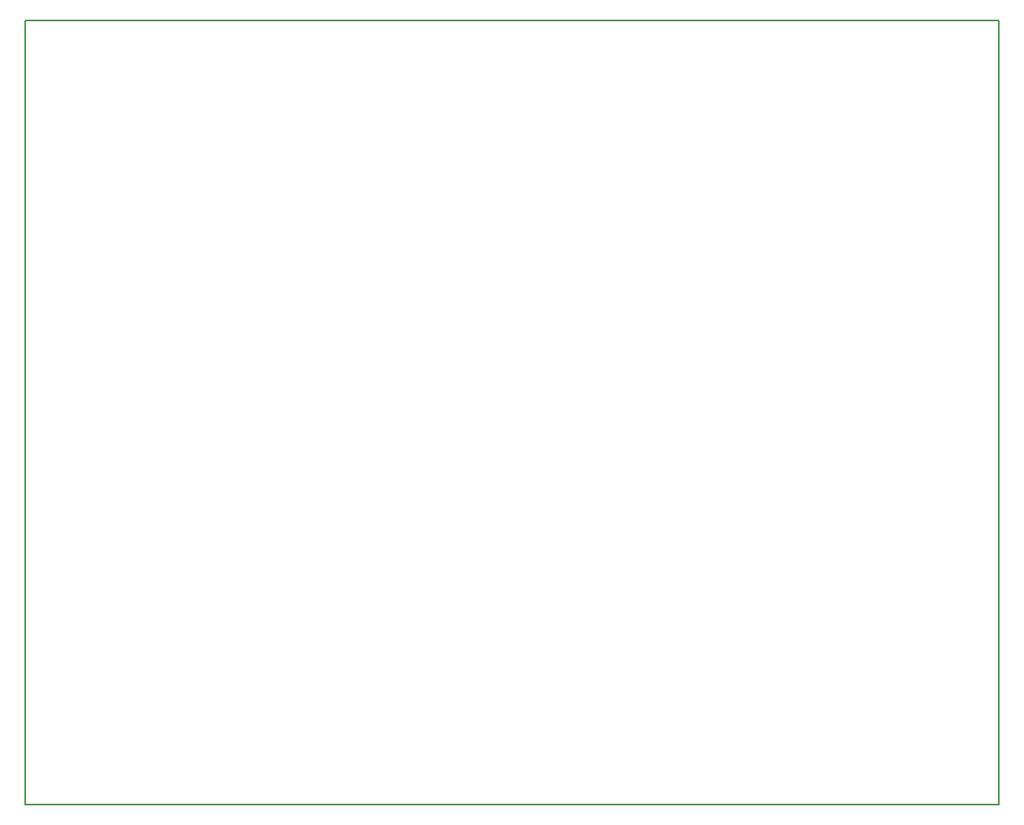
<source format=gko>
G04 DipTrace 2.3.1.0*
%INcurrent-drain.gko*%
%MOIN*%
%ADD11C,0.006*%
%FSLAX44Y44*%
G04*
G70*
G90*
G75*
G01*
%LNBoardOutline*%
%LPD*%
X3940Y3940D2*
D11*
Y37190D1*
X45190D1*
Y3940D1*
X3940D1*
M02*

</source>
